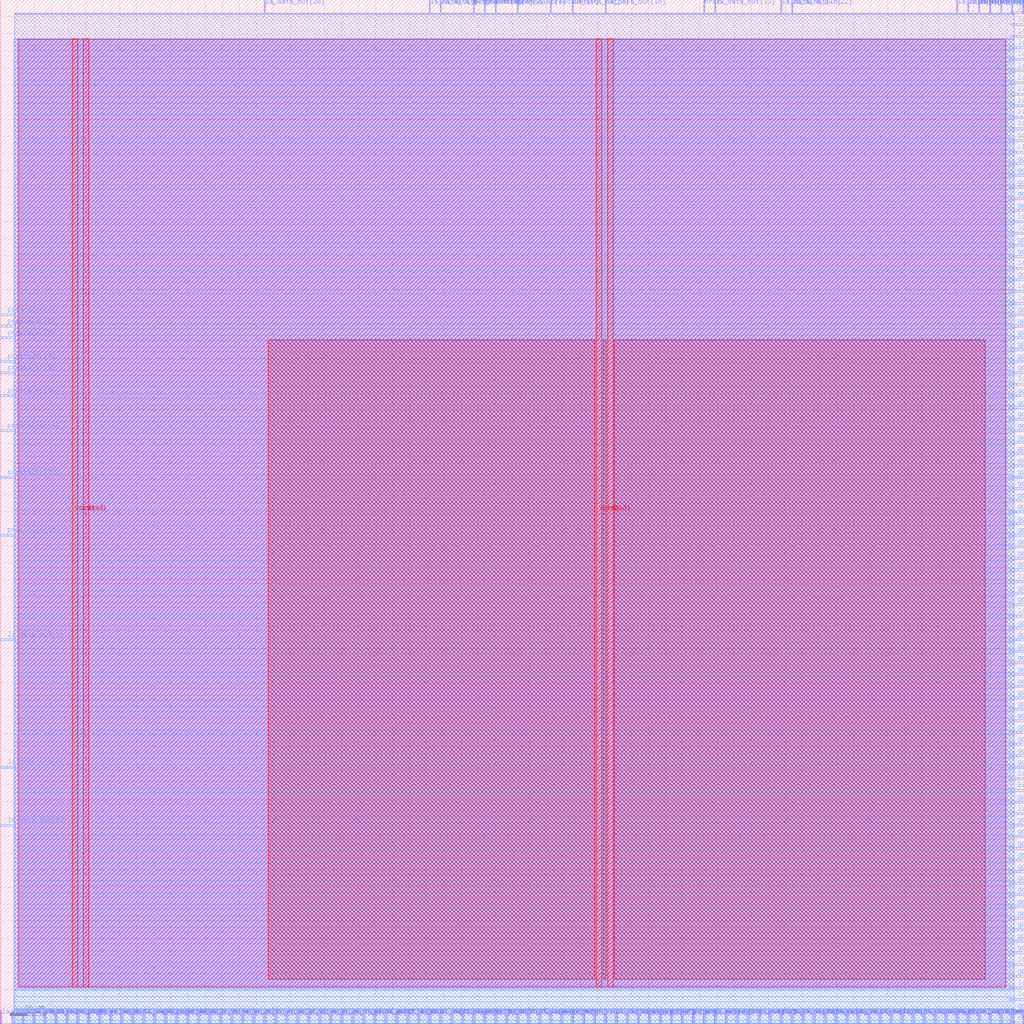
<source format=lef>
VERSION 5.7 ;
  NOWIREEXTENSIONATPIN ON ;
  DIVIDERCHAR "/" ;
  BUSBITCHARS "[]" ;
MACRO team_00
  CLASS BLOCK ;
  FOREIGN team_00 ;
  ORIGIN 0.000 0.000 ;
  SIZE 300.000 BY 300.000 ;
  PIN clk
    DIRECTION INPUT ;
    USE SIGNAL ;
    ANTENNAGATEAREA 1.286700 ;
    ANTENNADIFFAREA 0.434700 ;
    PORT
      LAYER met3 ;
        RECT 296.000 255.040 300.000 255.640 ;
    END
  END clk
  PIN done
    DIRECTION OUTPUT ;
    USE SIGNAL ;
    ANTENNADIFFAREA 0.445500 ;
    PORT
      LAYER met2 ;
        RECT 170.750 0.000 171.030 4.000 ;
    END
  END done
  PIN en
    DIRECTION INPUT ;
    USE SIGNAL ;
    ANTENNAGATEAREA 0.593700 ;
    ANTENNADIFFAREA 0.434700 ;
    PORT
      LAYER met3 ;
        RECT 296.000 0.040 300.000 0.640 ;
    END
  END en
  PIN gpio_in[0]
    DIRECTION INPUT ;
    USE SIGNAL ;
    PORT
      LAYER met2 ;
        RECT 19.410 0.000 19.690 4.000 ;
    END
  END gpio_in[0]
  PIN gpio_in[10]
    DIRECTION INPUT ;
    USE SIGNAL ;
    PORT
      LAYER met2 ;
        RECT 299.550 0.000 299.830 4.000 ;
    END
  END gpio_in[10]
  PIN gpio_in[11]
    DIRECTION INPUT ;
    USE SIGNAL ;
    PORT
      LAYER met2 ;
        RECT 144.990 0.000 145.270 4.000 ;
    END
  END gpio_in[11]
  PIN gpio_in[12]
    DIRECTION INPUT ;
    USE SIGNAL ;
    PORT
      LAYER met2 ;
        RECT 70.930 0.000 71.210 4.000 ;
    END
  END gpio_in[12]
  PIN gpio_in[13]
    DIRECTION INPUT ;
    USE SIGNAL ;
    PORT
      LAYER met2 ;
        RECT 141.770 0.000 142.050 4.000 ;
    END
  END gpio_in[13]
  PIN gpio_in[14]
    DIRECTION INPUT ;
    USE SIGNAL ;
    PORT
      LAYER met2 ;
        RECT 32.290 0.000 32.570 4.000 ;
    END
  END gpio_in[14]
  PIN gpio_in[15]
    DIRECTION INPUT ;
    USE SIGNAL ;
    PORT
      LAYER met2 ;
        RECT 29.070 0.000 29.350 4.000 ;
    END
  END gpio_in[15]
  PIN gpio_in[16]
    DIRECTION INPUT ;
    USE SIGNAL ;
    PORT
      LAYER met2 ;
        RECT 61.270 0.000 61.550 4.000 ;
    END
  END gpio_in[16]
  PIN gpio_in[17]
    DIRECTION INPUT ;
    USE SIGNAL ;
    PORT
      LAYER met2 ;
        RECT 296.330 0.000 296.610 4.000 ;
    END
  END gpio_in[17]
  PIN gpio_in[18]
    DIRECTION INPUT ;
    USE SIGNAL ;
    PORT
      LAYER met2 ;
        RECT 51.610 0.000 51.890 4.000 ;
    END
  END gpio_in[18]
  PIN gpio_in[19]
    DIRECTION INPUT ;
    USE SIGNAL ;
    PORT
      LAYER met2 ;
        RECT 283.450 0.000 283.730 4.000 ;
    END
  END gpio_in[19]
  PIN gpio_in[1]
    DIRECTION INPUT ;
    USE SIGNAL ;
    PORT
      LAYER met2 ;
        RECT 38.730 0.000 39.010 4.000 ;
    END
  END gpio_in[1]
  PIN gpio_in[20]
    DIRECTION INPUT ;
    USE SIGNAL ;
    PORT
      LAYER met2 ;
        RECT 58.050 0.000 58.330 4.000 ;
    END
  END gpio_in[20]
  PIN gpio_in[21]
    DIRECTION INPUT ;
    USE SIGNAL ;
    PORT
      LAYER met2 ;
        RECT 109.570 0.000 109.850 4.000 ;
    END
  END gpio_in[21]
  PIN gpio_in[22]
    DIRECTION INPUT ;
    USE SIGNAL ;
    PORT
      LAYER met2 ;
        RECT 54.830 0.000 55.110 4.000 ;
    END
  END gpio_in[22]
  PIN gpio_in[23]
    DIRECTION INPUT ;
    USE SIGNAL ;
    PORT
      LAYER met2 ;
        RECT 116.010 0.000 116.290 4.000 ;
    END
  END gpio_in[23]
  PIN gpio_in[24]
    DIRECTION INPUT ;
    USE SIGNAL ;
    PORT
      LAYER met2 ;
        RECT 248.030 0.000 248.310 4.000 ;
    END
  END gpio_in[24]
  PIN gpio_in[25]
    DIRECTION INPUT ;
    USE SIGNAL ;
    PORT
      LAYER met2 ;
        RECT 67.710 0.000 67.990 4.000 ;
    END
  END gpio_in[25]
  PIN gpio_in[26]
    DIRECTION INPUT ;
    USE SIGNAL ;
    PORT
      LAYER met2 ;
        RECT 93.470 0.000 93.750 4.000 ;
    END
  END gpio_in[26]
  PIN gpio_in[27]
    DIRECTION INPUT ;
    USE SIGNAL ;
    PORT
      LAYER met2 ;
        RECT 64.490 0.000 64.770 4.000 ;
    END
  END gpio_in[27]
  PIN gpio_in[28]
    DIRECTION INPUT ;
    USE SIGNAL ;
    PORT
      LAYER met2 ;
        RECT 6.530 0.000 6.810 4.000 ;
    END
  END gpio_in[28]
  PIN gpio_in[29]
    DIRECTION INPUT ;
    USE SIGNAL ;
    PORT
      LAYER met2 ;
        RECT 87.030 0.000 87.310 4.000 ;
    END
  END gpio_in[29]
  PIN gpio_in[2]
    DIRECTION INPUT ;
    USE SIGNAL ;
    PORT
      LAYER met2 ;
        RECT 74.150 0.000 74.430 4.000 ;
    END
  END gpio_in[2]
  PIN gpio_in[30]
    DIRECTION INPUT ;
    USE SIGNAL ;
    PORT
      LAYER met2 ;
        RECT 77.370 0.000 77.650 4.000 ;
    END
  END gpio_in[30]
  PIN gpio_in[31]
    DIRECTION INPUT ;
    USE SIGNAL ;
    PORT
      LAYER met2 ;
        RECT 80.590 0.000 80.870 4.000 ;
    END
  END gpio_in[31]
  PIN gpio_in[32]
    DIRECTION INPUT ;
    USE SIGNAL ;
    PORT
      LAYER met2 ;
        RECT 83.810 0.000 84.090 4.000 ;
    END
  END gpio_in[32]
  PIN gpio_in[33]
    DIRECTION INPUT ;
    USE SIGNAL ;
    PORT
      LAYER met2 ;
        RECT 103.130 0.000 103.410 4.000 ;
    END
  END gpio_in[33]
  PIN gpio_in[3]
    DIRECTION INPUT ;
    USE SIGNAL ;
    PORT
      LAYER met2 ;
        RECT 90.250 0.000 90.530 4.000 ;
    END
  END gpio_in[3]
  PIN gpio_in[4]
    DIRECTION INPUT ;
    USE SIGNAL ;
    PORT
      LAYER met2 ;
        RECT 125.670 0.000 125.950 4.000 ;
    END
  END gpio_in[4]
  PIN gpio_in[5]
    DIRECTION INPUT ;
    USE SIGNAL ;
    PORT
      LAYER met2 ;
        RECT 96.690 0.000 96.970 4.000 ;
    END
  END gpio_in[5]
  PIN gpio_in[6]
    DIRECTION INPUT ;
    USE SIGNAL ;
    PORT
      LAYER met2 ;
        RECT 99.910 0.000 100.190 4.000 ;
    END
  END gpio_in[6]
  PIN gpio_in[7]
    DIRECTION INPUT ;
    USE SIGNAL ;
    PORT
      LAYER met2 ;
        RECT 119.230 0.000 119.510 4.000 ;
    END
  END gpio_in[7]
  PIN gpio_in[8]
    DIRECTION INPUT ;
    USE SIGNAL ;
    PORT
      LAYER met2 ;
        RECT 164.310 0.000 164.590 4.000 ;
    END
  END gpio_in[8]
  PIN gpio_in[9]
    DIRECTION INPUT ;
    USE SIGNAL ;
    PORT
      LAYER met2 ;
        RECT 167.530 0.000 167.810 4.000 ;
    END
  END gpio_in[9]
  PIN gpio_oeb[0]
    DIRECTION OUTPUT ;
    USE SIGNAL ;
    ANTENNADIFFAREA 0.445500 ;
    PORT
      LAYER met3 ;
        RECT 296.000 251.640 300.000 252.240 ;
    END
  END gpio_oeb[0]
  PIN gpio_oeb[10]
    DIRECTION OUTPUT ;
    USE SIGNAL ;
    ANTENNADIFFAREA 0.445500 ;
    PORT
      LAYER met3 ;
        RECT 296.000 176.840 300.000 177.440 ;
    END
  END gpio_oeb[10]
  PIN gpio_oeb[11]
    DIRECTION OUTPUT ;
    USE SIGNAL ;
    ANTENNADIFFAREA 0.445500 ;
    PORT
      LAYER met3 ;
        RECT 296.000 224.440 300.000 225.040 ;
    END
  END gpio_oeb[11]
  PIN gpio_oeb[12]
    DIRECTION OUTPUT ;
    USE SIGNAL ;
    ANTENNADIFFAREA 0.445500 ;
    PORT
      LAYER met3 ;
        RECT 296.000 156.440 300.000 157.040 ;
    END
  END gpio_oeb[12]
  PIN gpio_oeb[13]
    DIRECTION OUTPUT ;
    USE SIGNAL ;
    ANTENNADIFFAREA 0.445500 ;
    PORT
      LAYER met3 ;
        RECT 296.000 153.040 300.000 153.640 ;
    END
  END gpio_oeb[13]
  PIN gpio_oeb[14]
    DIRECTION OUTPUT ;
    USE SIGNAL ;
    ANTENNADIFFAREA 0.445500 ;
    PORT
      LAYER met3 ;
        RECT 296.000 200.640 300.000 201.240 ;
    END
  END gpio_oeb[14]
  PIN gpio_oeb[15]
    DIRECTION OUTPUT ;
    USE SIGNAL ;
    ANTENNADIFFAREA 0.445500 ;
    PORT
      LAYER met3 ;
        RECT 296.000 146.240 300.000 146.840 ;
    END
  END gpio_oeb[15]
  PIN gpio_oeb[16]
    DIRECTION OUTPUT ;
    USE SIGNAL ;
    ANTENNADIFFAREA 0.445500 ;
    PORT
      LAYER met3 ;
        RECT 296.000 170.040 300.000 170.640 ;
    END
  END gpio_oeb[16]
  PIN gpio_oeb[17]
    DIRECTION OUTPUT ;
    USE SIGNAL ;
    ANTENNADIFFAREA 0.445500 ;
    PORT
      LAYER met3 ;
        RECT 296.000 115.640 300.000 116.240 ;
    END
  END gpio_oeb[17]
  PIN gpio_oeb[18]
    DIRECTION OUTPUT ;
    USE SIGNAL ;
    ANTENNADIFFAREA 0.445500 ;
    PORT
      LAYER met3 ;
        RECT 296.000 193.840 300.000 194.440 ;
    END
  END gpio_oeb[18]
  PIN gpio_oeb[19]
    DIRECTION OUTPUT ;
    USE SIGNAL ;
    ANTENNADIFFAREA 0.445500 ;
    PORT
      LAYER met3 ;
        RECT 296.000 163.240 300.000 163.840 ;
    END
  END gpio_oeb[19]
  PIN gpio_oeb[1]
    DIRECTION OUTPUT ;
    USE SIGNAL ;
    ANTENNADIFFAREA 0.445500 ;
    PORT
      LAYER met3 ;
        RECT 296.000 238.040 300.000 238.640 ;
    END
  END gpio_oeb[1]
  PIN gpio_oeb[20]
    DIRECTION OUTPUT ;
    USE SIGNAL ;
    ANTENNADIFFAREA 0.445500 ;
    PORT
      LAYER met3 ;
        RECT 296.000 3.440 300.000 4.040 ;
    END
  END gpio_oeb[20]
  PIN gpio_oeb[21]
    DIRECTION OUTPUT ;
    USE SIGNAL ;
    ANTENNADIFFAREA 0.445500 ;
    PORT
      LAYER met3 ;
        RECT 296.000 159.840 300.000 160.440 ;
    END
  END gpio_oeb[21]
  PIN gpio_oeb[22]
    DIRECTION OUTPUT ;
    USE SIGNAL ;
    ANTENNADIFFAREA 0.445500 ;
    PORT
      LAYER met3 ;
        RECT 296.000 183.640 300.000 184.240 ;
    END
  END gpio_oeb[22]
  PIN gpio_oeb[23]
    DIRECTION OUTPUT ;
    USE SIGNAL ;
    ANTENNADIFFAREA 0.445500 ;
    PORT
      LAYER met3 ;
        RECT 296.000 227.840 300.000 228.440 ;
    END
  END gpio_oeb[23]
  PIN gpio_oeb[24]
    DIRECTION OUTPUT ;
    USE SIGNAL ;
    ANTENNADIFFAREA 0.445500 ;
    PORT
      LAYER met3 ;
        RECT 296.000 190.440 300.000 191.040 ;
    END
  END gpio_oeb[24]
  PIN gpio_oeb[25]
    DIRECTION OUTPUT ;
    USE SIGNAL ;
    ANTENNADIFFAREA 0.445500 ;
    PORT
      LAYER met3 ;
        RECT 296.000 248.240 300.000 248.840 ;
    END
  END gpio_oeb[25]
  PIN gpio_oeb[26]
    DIRECTION OUTPUT ;
    USE SIGNAL ;
    ANTENNADIFFAREA 0.445500 ;
    PORT
      LAYER met3 ;
        RECT 296.000 180.240 300.000 180.840 ;
    END
  END gpio_oeb[26]
  PIN gpio_oeb[27]
    DIRECTION OUTPUT ;
    USE SIGNAL ;
    ANTENNADIFFAREA 0.445500 ;
    PORT
      LAYER met3 ;
        RECT 296.000 204.040 300.000 204.640 ;
    END
  END gpio_oeb[27]
  PIN gpio_oeb[28]
    DIRECTION OUTPUT ;
    USE SIGNAL ;
    ANTENNADIFFAREA 0.445500 ;
    PORT
      LAYER met3 ;
        RECT 296.000 173.440 300.000 174.040 ;
    END
  END gpio_oeb[28]
  PIN gpio_oeb[29]
    DIRECTION OUTPUT ;
    USE SIGNAL ;
    ANTENNADIFFAREA 0.445500 ;
    PORT
      LAYER met3 ;
        RECT 296.000 125.840 300.000 126.440 ;
    END
  END gpio_oeb[29]
  PIN gpio_oeb[2]
    DIRECTION OUTPUT ;
    USE SIGNAL ;
    ANTENNADIFFAREA 0.445500 ;
    PORT
      LAYER met3 ;
        RECT 296.000 136.040 300.000 136.640 ;
    END
  END gpio_oeb[2]
  PIN gpio_oeb[30]
    DIRECTION OUTPUT ;
    USE SIGNAL ;
    ANTENNADIFFAREA 0.445500 ;
    PORT
      LAYER met3 ;
        RECT 296.000 207.440 300.000 208.040 ;
    END
  END gpio_oeb[30]
  PIN gpio_oeb[31]
    DIRECTION OUTPUT ;
    USE SIGNAL ;
    ANTENNADIFFAREA 0.445500 ;
    PORT
      LAYER met3 ;
        RECT 296.000 244.840 300.000 245.440 ;
    END
  END gpio_oeb[31]
  PIN gpio_oeb[32]
    DIRECTION OUTPUT ;
    USE SIGNAL ;
    ANTENNADIFFAREA 0.445500 ;
    PORT
      LAYER met3 ;
        RECT 296.000 241.440 300.000 242.040 ;
    END
  END gpio_oeb[32]
  PIN gpio_oeb[33]
    DIRECTION OUTPUT ;
    USE SIGNAL ;
    ANTENNADIFFAREA 0.445500 ;
    PORT
      LAYER met3 ;
        RECT 296.000 139.440 300.000 140.040 ;
    END
  END gpio_oeb[33]
  PIN gpio_oeb[3]
    DIRECTION OUTPUT ;
    USE SIGNAL ;
    ANTENNADIFFAREA 0.445500 ;
    PORT
      LAYER met3 ;
        RECT 296.000 142.840 300.000 143.440 ;
    END
  END gpio_oeb[3]
  PIN gpio_oeb[4]
    DIRECTION OUTPUT ;
    USE SIGNAL ;
    ANTENNADIFFAREA 0.445500 ;
    PORT
      LAYER met3 ;
        RECT 296.000 197.240 300.000 197.840 ;
    END
  END gpio_oeb[4]
  PIN gpio_oeb[5]
    DIRECTION OUTPUT ;
    USE SIGNAL ;
    ANTENNADIFFAREA 0.445500 ;
    PORT
      LAYER met3 ;
        RECT 296.000 149.640 300.000 150.240 ;
    END
  END gpio_oeb[5]
  PIN gpio_oeb[6]
    DIRECTION OUTPUT ;
    USE SIGNAL ;
    ANTENNADIFFAREA 0.445500 ;
    PORT
      LAYER met3 ;
        RECT 296.000 166.640 300.000 167.240 ;
    END
  END gpio_oeb[6]
  PIN gpio_oeb[7]
    DIRECTION OUTPUT ;
    USE SIGNAL ;
    ANTENNADIFFAREA 0.445500 ;
    PORT
      LAYER met3 ;
        RECT 296.000 122.440 300.000 123.040 ;
    END
  END gpio_oeb[7]
  PIN gpio_oeb[8]
    DIRECTION OUTPUT ;
    USE SIGNAL ;
    ANTENNADIFFAREA 0.445500 ;
    PORT
      LAYER met3 ;
        RECT 296.000 132.640 300.000 133.240 ;
    END
  END gpio_oeb[8]
  PIN gpio_oeb[9]
    DIRECTION OUTPUT ;
    USE SIGNAL ;
    ANTENNADIFFAREA 0.445500 ;
    PORT
      LAYER met3 ;
        RECT 296.000 217.640 300.000 218.240 ;
    END
  END gpio_oeb[9]
  PIN gpio_out[0]
    DIRECTION OUTPUT ;
    USE SIGNAL ;
    ANTENNADIFFAREA 0.445500 ;
    PORT
      LAYER met2 ;
        RECT 196.510 0.000 196.790 4.000 ;
    END
  END gpio_out[0]
  PIN gpio_out[10]
    DIRECTION OUTPUT ;
    USE SIGNAL ;
    ANTENNADIFFAREA 0.445500 ;
    PORT
      LAYER met3 ;
        RECT 296.000 13.640 300.000 14.240 ;
    END
  END gpio_out[10]
  PIN gpio_out[11]
    DIRECTION OUTPUT ;
    USE SIGNAL ;
    ANTENNADIFFAREA 0.445500 ;
    PORT
      LAYER met3 ;
        RECT 296.000 54.440 300.000 55.040 ;
    END
  END gpio_out[11]
  PIN gpio_out[12]
    DIRECTION OUTPUT ;
    USE SIGNAL ;
    ANTENNADIFFAREA 0.445500 ;
    PORT
      LAYER met3 ;
        RECT 296.000 20.440 300.000 21.040 ;
    END
  END gpio_out[12]
  PIN gpio_out[13]
    DIRECTION OUTPUT ;
    USE SIGNAL ;
    ANTENNADIFFAREA 0.445500 ;
    PORT
      LAYER met3 ;
        RECT 296.000 30.640 300.000 31.240 ;
    END
  END gpio_out[13]
  PIN gpio_out[14]
    DIRECTION OUTPUT ;
    USE SIGNAL ;
    ANTENNADIFFAREA 0.445500 ;
    PORT
      LAYER met3 ;
        RECT 296.000 40.840 300.000 41.440 ;
    END
  END gpio_out[14]
  PIN gpio_out[15]
    DIRECTION OUTPUT ;
    USE SIGNAL ;
    ANTENNADIFFAREA 0.445500 ;
    PORT
      LAYER met3 ;
        RECT 296.000 88.440 300.000 89.040 ;
    END
  END gpio_out[15]
  PIN gpio_out[16]
    DIRECTION OUTPUT ;
    USE SIGNAL ;
    ANTENNADIFFAREA 0.445500 ;
    PORT
      LAYER met3 ;
        RECT 296.000 91.840 300.000 92.440 ;
    END
  END gpio_out[16]
  PIN gpio_out[17]
    DIRECTION OUTPUT ;
    USE SIGNAL ;
    ANTENNADIFFAREA 0.445500 ;
    PORT
      LAYER met3 ;
        RECT 296.000 51.040 300.000 51.640 ;
    END
  END gpio_out[17]
  PIN gpio_out[18]
    DIRECTION OUTPUT ;
    USE SIGNAL ;
    ANTENNADIFFAREA 0.445500 ;
    PORT
      LAYER met3 ;
        RECT 296.000 44.240 300.000 44.840 ;
    END
  END gpio_out[18]
  PIN gpio_out[19]
    DIRECTION OUTPUT ;
    USE SIGNAL ;
    ANTENNADIFFAREA 0.445500 ;
    PORT
      LAYER met2 ;
        RECT 219.050 0.000 219.330 4.000 ;
    END
  END gpio_out[19]
  PIN gpio_out[1]
    DIRECTION OUTPUT ;
    USE SIGNAL ;
    ANTENNADIFFAREA 0.445500 ;
    PORT
      LAYER met3 ;
        RECT 296.000 27.240 300.000 27.840 ;
    END
  END gpio_out[1]
  PIN gpio_out[20]
    DIRECTION OUTPUT ;
    USE SIGNAL ;
    ANTENNADIFFAREA 0.445500 ;
    PORT
      LAYER met2 ;
        RECT 209.390 0.000 209.670 4.000 ;
    END
  END gpio_out[20]
  PIN gpio_out[21]
    DIRECTION OUTPUT ;
    USE SIGNAL ;
    ANTENNADIFFAREA 0.445500 ;
    PORT
      LAYER met3 ;
        RECT 296.000 108.840 300.000 109.440 ;
    END
  END gpio_out[21]
  PIN gpio_out[22]
    DIRECTION OUTPUT ;
    USE SIGNAL ;
    ANTENNADIFFAREA 0.445500 ;
    PORT
      LAYER met3 ;
        RECT 296.000 105.440 300.000 106.040 ;
    END
  END gpio_out[22]
  PIN gpio_out[23]
    DIRECTION OUTPUT ;
    USE SIGNAL ;
    ANTENNADIFFAREA 0.445500 ;
    PORT
      LAYER met3 ;
        RECT 296.000 57.840 300.000 58.440 ;
    END
  END gpio_out[23]
  PIN gpio_out[24]
    DIRECTION OUTPUT ;
    USE SIGNAL ;
    ANTENNADIFFAREA 0.445500 ;
    PORT
      LAYER met3 ;
        RECT 296.000 64.640 300.000 65.240 ;
    END
  END gpio_out[24]
  PIN gpio_out[25]
    DIRECTION OUTPUT ;
    USE SIGNAL ;
    ANTENNADIFFAREA 0.445500 ;
    PORT
      LAYER met3 ;
        RECT 296.000 74.840 300.000 75.440 ;
    END
  END gpio_out[25]
  PIN gpio_out[26]
    DIRECTION OUTPUT ;
    USE SIGNAL ;
    ANTENNADIFFAREA 0.445500 ;
    PORT
      LAYER met3 ;
        RECT 296.000 98.640 300.000 99.240 ;
    END
  END gpio_out[26]
  PIN gpio_out[27]
    DIRECTION OUTPUT ;
    USE SIGNAL ;
    ANTENNADIFFAREA 0.445500 ;
    PORT
      LAYER met3 ;
        RECT 296.000 78.240 300.000 78.840 ;
    END
  END gpio_out[27]
  PIN gpio_out[28]
    DIRECTION OUTPUT ;
    USE SIGNAL ;
    ANTENNADIFFAREA 0.445500 ;
    PORT
      LAYER met3 ;
        RECT 296.000 112.240 300.000 112.840 ;
    END
  END gpio_out[28]
  PIN gpio_out[29]
    DIRECTION OUTPUT ;
    USE SIGNAL ;
    ANTENNADIFFAREA 0.445500 ;
    PORT
      LAYER met3 ;
        RECT 296.000 34.040 300.000 34.640 ;
    END
  END gpio_out[29]
  PIN gpio_out[2]
    DIRECTION OUTPUT ;
    USE SIGNAL ;
    ANTENNADIFFAREA 0.445500 ;
    PORT
      LAYER met3 ;
        RECT 296.000 102.040 300.000 102.640 ;
    END
  END gpio_out[2]
  PIN gpio_out[30]
    DIRECTION OUTPUT ;
    USE SIGNAL ;
    ANTENNADIFFAREA 0.445500 ;
    PORT
      LAYER met3 ;
        RECT 296.000 23.840 300.000 24.440 ;
    END
  END gpio_out[30]
  PIN gpio_out[31]
    DIRECTION OUTPUT ;
    USE SIGNAL ;
    ANTENNADIFFAREA 0.445500 ;
    PORT
      LAYER met2 ;
        RECT 190.070 0.000 190.350 4.000 ;
    END
  END gpio_out[31]
  PIN gpio_out[32]
    DIRECTION OUTPUT ;
    USE SIGNAL ;
    ANTENNADIFFAREA 0.445500 ;
    PORT
      LAYER met2 ;
        RECT 199.730 0.000 200.010 4.000 ;
    END
  END gpio_out[32]
  PIN gpio_out[33]
    DIRECTION OUTPUT ;
    USE SIGNAL ;
    ANTENNADIFFAREA 0.445500 ;
    PORT
      LAYER met2 ;
        RECT 193.290 0.000 193.570 4.000 ;
    END
  END gpio_out[33]
  PIN gpio_out[3]
    DIRECTION OUTPUT ;
    USE SIGNAL ;
    ANTENNADIFFAREA 0.445500 ;
    PORT
      LAYER met2 ;
        RECT 212.610 0.000 212.890 4.000 ;
    END
  END gpio_out[3]
  PIN gpio_out[4]
    DIRECTION OUTPUT ;
    USE SIGNAL ;
    ANTENNADIFFAREA 0.445500 ;
    PORT
      LAYER met2 ;
        RECT 206.170 0.000 206.450 4.000 ;
    END
  END gpio_out[4]
  PIN gpio_out[5]
    DIRECTION OUTPUT ;
    USE SIGNAL ;
    ANTENNADIFFAREA 0.445500 ;
    PORT
      LAYER met3 ;
        RECT 296.000 37.440 300.000 38.040 ;
    END
  END gpio_out[5]
  PIN gpio_out[6]
    DIRECTION OUTPUT ;
    USE SIGNAL ;
    ANTENNADIFFAREA 0.445500 ;
    PORT
      LAYER met3 ;
        RECT 296.000 47.640 300.000 48.240 ;
    END
  END gpio_out[6]
  PIN gpio_out[7]
    DIRECTION OUTPUT ;
    USE SIGNAL ;
    ANTENNADIFFAREA 0.445500 ;
    PORT
      LAYER met3 ;
        RECT 296.000 95.240 300.000 95.840 ;
    END
  END gpio_out[7]
  PIN gpio_out[8]
    DIRECTION OUTPUT ;
    USE SIGNAL ;
    ANTENNADIFFAREA 0.445500 ;
    PORT
      LAYER met3 ;
        RECT 296.000 81.640 300.000 82.240 ;
    END
  END gpio_out[8]
  PIN gpio_out[9]
    DIRECTION OUTPUT ;
    USE SIGNAL ;
    ANTENNADIFFAREA 0.445500 ;
    PORT
      LAYER met3 ;
        RECT 296.000 85.040 300.000 85.640 ;
    END
  END gpio_out[9]
  PIN la_data_in[0]
    DIRECTION INPUT ;
    USE SIGNAL ;
    ANTENNAGATEAREA 0.631200 ;
    ANTENNADIFFAREA 0.434700 ;
    PORT
      LAYER met3 ;
        RECT 296.000 129.240 300.000 129.840 ;
    END
  END la_data_in[0]
  PIN la_data_in[10]
    DIRECTION INPUT ;
    USE SIGNAL ;
    PORT
      LAYER met2 ;
        RECT 112.790 0.000 113.070 4.000 ;
    END
  END la_data_in[10]
  PIN la_data_in[11]
    DIRECTION INPUT ;
    USE SIGNAL ;
    PORT
      LAYER met2 ;
        RECT 270.570 0.000 270.850 4.000 ;
    END
  END la_data_in[11]
  PIN la_data_in[12]
    DIRECTION INPUT ;
    USE SIGNAL ;
    PORT
      LAYER met2 ;
        RECT 138.550 0.000 138.830 4.000 ;
    END
  END la_data_in[12]
  PIN la_data_in[13]
    DIRECTION INPUT ;
    USE SIGNAL ;
    PORT
      LAYER met2 ;
        RECT 122.450 0.000 122.730 4.000 ;
    END
  END la_data_in[13]
  PIN la_data_in[14]
    DIRECTION INPUT ;
    USE SIGNAL ;
    PORT
      LAYER met2 ;
        RECT 45.170 0.000 45.450 4.000 ;
    END
  END la_data_in[14]
  PIN la_data_in[15]
    DIRECTION INPUT ;
    USE SIGNAL ;
    PORT
      LAYER met2 ;
        RECT 128.890 0.000 129.170 4.000 ;
    END
  END la_data_in[15]
  PIN la_data_in[16]
    DIRECTION INPUT ;
    USE SIGNAL ;
    PORT
      LAYER met2 ;
        RECT 3.310 0.000 3.590 4.000 ;
    END
  END la_data_in[16]
  PIN la_data_in[17]
    DIRECTION INPUT ;
    USE SIGNAL ;
    PORT
      LAYER met2 ;
        RECT 286.670 0.000 286.950 4.000 ;
    END
  END la_data_in[17]
  PIN la_data_in[18]
    DIRECTION INPUT ;
    USE SIGNAL ;
    PORT
      LAYER met2 ;
        RECT 157.870 0.000 158.150 4.000 ;
    END
  END la_data_in[18]
  PIN la_data_in[19]
    DIRECTION INPUT ;
    USE SIGNAL ;
    PORT
      LAYER met2 ;
        RECT 280.230 0.000 280.510 4.000 ;
    END
  END la_data_in[19]
  PIN la_data_in[1]
    DIRECTION INPUT ;
    USE SIGNAL ;
    ANTENNAGATEAREA 0.631200 ;
    ANTENNADIFFAREA 0.434700 ;
    PORT
      LAYER met3 ;
        RECT 296.000 10.240 300.000 10.840 ;
    END
  END la_data_in[1]
  PIN la_data_in[20]
    DIRECTION INPUT ;
    USE SIGNAL ;
    PORT
      LAYER met2 ;
        RECT 9.750 0.000 10.030 4.000 ;
    END
  END la_data_in[20]
  PIN la_data_in[21]
    DIRECTION INPUT ;
    USE SIGNAL ;
    PORT
      LAYER met2 ;
        RECT 41.950 0.000 42.230 4.000 ;
    END
  END la_data_in[21]
  PIN la_data_in[22]
    DIRECTION INPUT ;
    USE SIGNAL ;
    PORT
      LAYER met2 ;
        RECT 151.430 0.000 151.710 4.000 ;
    END
  END la_data_in[22]
  PIN la_data_in[23]
    DIRECTION INPUT ;
    USE SIGNAL ;
    PORT
      LAYER met2 ;
        RECT 264.130 0.000 264.410 4.000 ;
    END
  END la_data_in[23]
  PIN la_data_in[24]
    DIRECTION INPUT ;
    USE SIGNAL ;
    PORT
      LAYER met2 ;
        RECT 277.010 0.000 277.290 4.000 ;
    END
  END la_data_in[24]
  PIN la_data_in[25]
    DIRECTION INPUT ;
    USE SIGNAL ;
    PORT
      LAYER met2 ;
        RECT 273.790 0.000 274.070 4.000 ;
    END
  END la_data_in[25]
  PIN la_data_in[26]
    DIRECTION INPUT ;
    USE SIGNAL ;
    PORT
      LAYER met2 ;
        RECT 186.850 0.000 187.130 4.000 ;
    END
  END la_data_in[26]
  PIN la_data_in[27]
    DIRECTION INPUT ;
    USE SIGNAL ;
    PORT
      LAYER met2 ;
        RECT 228.710 0.000 228.990 4.000 ;
    END
  END la_data_in[27]
  PIN la_data_in[28]
    DIRECTION INPUT ;
    USE SIGNAL ;
    PORT
      LAYER met2 ;
        RECT 0.090 0.000 0.370 4.000 ;
    END
  END la_data_in[28]
  PIN la_data_in[29]
    DIRECTION INPUT ;
    USE SIGNAL ;
    PORT
      LAYER met2 ;
        RECT 48.390 0.000 48.670 4.000 ;
    END
  END la_data_in[29]
  PIN la_data_in[2]
    DIRECTION INPUT ;
    USE SIGNAL ;
    PORT
      LAYER met2 ;
        RECT 241.590 0.000 241.870 4.000 ;
    END
  END la_data_in[2]
  PIN la_data_in[30]
    DIRECTION INPUT ;
    USE SIGNAL ;
    PORT
      LAYER met2 ;
        RECT 22.630 0.000 22.910 4.000 ;
    END
  END la_data_in[30]
  PIN la_data_in[31]
    DIRECTION INPUT ;
    USE SIGNAL ;
    PORT
      LAYER met2 ;
        RECT 12.970 0.000 13.250 4.000 ;
    END
  END la_data_in[31]
  PIN la_data_in[3]
    DIRECTION INPUT ;
    USE SIGNAL ;
    PORT
      LAYER met2 ;
        RECT 35.510 0.000 35.790 4.000 ;
    END
  END la_data_in[3]
  PIN la_data_in[4]
    DIRECTION INPUT ;
    USE SIGNAL ;
    PORT
      LAYER met2 ;
        RECT 251.250 0.000 251.530 4.000 ;
    END
  END la_data_in[4]
  PIN la_data_in[5]
    DIRECTION INPUT ;
    USE SIGNAL ;
    PORT
      LAYER met2 ;
        RECT 231.930 0.000 232.210 4.000 ;
    END
  END la_data_in[5]
  PIN la_data_in[6]
    DIRECTION INPUT ;
    USE SIGNAL ;
    PORT
      LAYER met2 ;
        RECT 238.370 0.000 238.650 4.000 ;
    END
  END la_data_in[6]
  PIN la_data_in[7]
    DIRECTION INPUT ;
    USE SIGNAL ;
    PORT
      LAYER met2 ;
        RECT 25.850 0.000 26.130 4.000 ;
    END
  END la_data_in[7]
  PIN la_data_in[8]
    DIRECTION INPUT ;
    USE SIGNAL ;
    PORT
      LAYER met2 ;
        RECT 16.190 0.000 16.470 4.000 ;
    END
  END la_data_in[8]
  PIN la_data_in[9]
    DIRECTION INPUT ;
    USE SIGNAL ;
    PORT
      LAYER met2 ;
        RECT 267.350 0.000 267.630 4.000 ;
    END
  END la_data_in[9]
  PIN la_data_out[0]
    DIRECTION OUTPUT ;
    USE SIGNAL ;
    PORT
      LAYER met2 ;
        RECT 161.090 0.000 161.370 4.000 ;
    END
  END la_data_out[0]
  PIN la_data_out[10]
    DIRECTION OUTPUT ;
    USE SIGNAL ;
    PORT
      LAYER met2 ;
        RECT 228.710 296.000 228.990 300.000 ;
    END
  END la_data_out[10]
  PIN la_data_out[11]
    DIRECTION OUTPUT ;
    USE SIGNAL ;
    PORT
      LAYER met2 ;
        RECT 106.350 0.000 106.630 4.000 ;
    END
  END la_data_out[11]
  PIN la_data_out[12]
    DIRECTION OUTPUT ;
    USE SIGNAL ;
    PORT
      LAYER met2 ;
        RECT 183.630 0.000 183.910 4.000 ;
    END
  END la_data_out[12]
  PIN la_data_out[13]
    DIRECTION OUTPUT ;
    USE SIGNAL ;
    PORT
      LAYER met2 ;
        RECT 209.390 296.000 209.670 300.000 ;
    END
  END la_data_out[13]
  PIN la_data_out[14]
    DIRECTION OUTPUT ;
    USE SIGNAL ;
    PORT
      LAYER met3 ;
        RECT 296.000 210.840 300.000 211.440 ;
    END
  END la_data_out[14]
  PIN la_data_out[15]
    DIRECTION OUTPUT ;
    USE SIGNAL ;
    PORT
      LAYER met2 ;
        RECT 125.670 296.000 125.950 300.000 ;
    END
  END la_data_out[15]
  PIN la_data_out[16]
    DIRECTION OUTPUT ;
    USE SIGNAL ;
    PORT
      LAYER met3 ;
        RECT 296.000 17.040 300.000 17.640 ;
    END
  END la_data_out[16]
  PIN la_data_out[17]
    DIRECTION OUTPUT ;
    USE SIGNAL ;
    PORT
      LAYER met3 ;
        RECT 296.000 187.040 300.000 187.640 ;
    END
  END la_data_out[17]
  PIN la_data_out[18]
    DIRECTION OUTPUT ;
    USE SIGNAL ;
    PORT
      LAYER met2 ;
        RECT 177.190 296.000 177.470 300.000 ;
    END
  END la_data_out[18]
  PIN la_data_out[19]
    DIRECTION OUTPUT ;
    USE SIGNAL ;
    PORT
      LAYER met3 ;
        RECT 296.000 234.640 300.000 235.240 ;
    END
  END la_data_out[19]
  PIN la_data_out[1]
    DIRECTION OUTPUT ;
    USE SIGNAL ;
    PORT
      LAYER met3 ;
        RECT 0.000 112.240 4.000 112.840 ;
    END
  END la_data_out[1]
  PIN la_data_out[20]
    DIRECTION OUTPUT ;
    USE SIGNAL ;
    PORT
      LAYER met3 ;
        RECT 296.000 68.040 300.000 68.640 ;
    END
  END la_data_out[20]
  PIN la_data_out[21]
    DIRECTION OUTPUT ;
    USE SIGNAL ;
    PORT
      LAYER met2 ;
        RECT 135.330 0.000 135.610 4.000 ;
    END
  END la_data_out[21]
  PIN la_data_out[22]
    DIRECTION OUTPUT ;
    USE SIGNAL ;
    PORT
      LAYER met2 ;
        RECT 231.930 296.000 232.210 300.000 ;
    END
  END la_data_out[22]
  PIN la_data_out[23]
    DIRECTION OUTPUT ;
    USE SIGNAL ;
    PORT
      LAYER met2 ;
        RECT 202.950 0.000 203.230 4.000 ;
    END
  END la_data_out[23]
  PIN la_data_out[24]
    DIRECTION OUTPUT ;
    USE SIGNAL ;
    PORT
      LAYER met3 ;
        RECT 296.000 231.240 300.000 231.840 ;
    END
  END la_data_out[24]
  PIN la_data_out[25]
    DIRECTION OUTPUT ;
    USE SIGNAL ;
    PORT
      LAYER met3 ;
        RECT 296.000 221.040 300.000 221.640 ;
    END
  END la_data_out[25]
  PIN la_data_out[26]
    DIRECTION OUTPUT ;
    USE SIGNAL ;
    PORT
      LAYER met2 ;
        RECT 132.110 0.000 132.390 4.000 ;
    END
  END la_data_out[26]
  PIN la_data_out[27]
    DIRECTION OUTPUT ;
    USE SIGNAL ;
    PORT
      LAYER met2 ;
        RECT 215.830 0.000 216.110 4.000 ;
    END
  END la_data_out[27]
  PIN la_data_out[28]
    DIRECTION OUTPUT ;
    USE SIGNAL ;
    PORT
      LAYER met2 ;
        RECT 77.370 296.000 77.650 300.000 ;
    END
  END la_data_out[28]
  PIN la_data_out[29]
    DIRECTION OUTPUT ;
    USE SIGNAL ;
    PORT
      LAYER met3 ;
        RECT 296.000 61.240 300.000 61.840 ;
    END
  END la_data_out[29]
  PIN la_data_out[2]
    DIRECTION OUTPUT ;
    USE SIGNAL ;
    PORT
      LAYER met2 ;
        RECT 167.530 296.000 167.810 300.000 ;
    END
  END la_data_out[2]
  PIN la_data_out[30]
    DIRECTION OUTPUT ;
    USE SIGNAL ;
    PORT
      LAYER met2 ;
        RECT 173.970 0.000 174.250 4.000 ;
    END
  END la_data_out[30]
  PIN la_data_out[31]
    DIRECTION OUTPUT ;
    USE SIGNAL ;
    PORT
      LAYER met3 ;
        RECT 296.000 214.240 300.000 214.840 ;
    END
  END la_data_out[31]
  PIN la_data_out[3]
    DIRECTION OUTPUT ;
    USE SIGNAL ;
    PORT
      LAYER met2 ;
        RECT 180.410 0.000 180.690 4.000 ;
    END
  END la_data_out[3]
  PIN la_data_out[4]
    DIRECTION OUTPUT ;
    USE SIGNAL ;
    PORT
      LAYER met3 ;
        RECT 296.000 71.440 300.000 72.040 ;
    END
  END la_data_out[4]
  PIN la_data_out[5]
    DIRECTION OUTPUT ;
    USE SIGNAL ;
    PORT
      LAYER met2 ;
        RECT 128.890 296.000 129.170 300.000 ;
    END
  END la_data_out[5]
  PIN la_data_out[6]
    DIRECTION OUTPUT ;
    USE SIGNAL ;
    PORT
      LAYER met3 ;
        RECT 0.000 57.840 4.000 58.440 ;
    END
  END la_data_out[6]
  PIN la_data_out[7]
    DIRECTION OUTPUT ;
    USE SIGNAL ;
    PORT
      LAYER met2 ;
        RECT 177.190 0.000 177.470 4.000 ;
    END
  END la_data_out[7]
  PIN la_data_out[8]
    DIRECTION OUTPUT ;
    USE SIGNAL ;
    PORT
      LAYER met2 ;
        RECT 154.650 0.000 154.930 4.000 ;
    END
  END la_data_out[8]
  PIN la_data_out[9]
    DIRECTION OUTPUT ;
    USE SIGNAL ;
    PORT
      LAYER met3 ;
        RECT 0.000 74.840 4.000 75.440 ;
    END
  END la_data_out[9]
  PIN la_oenb[0]
    DIRECTION INPUT ;
    USE SIGNAL ;
    ANTENNAGATEAREA 0.631200 ;
    ANTENNADIFFAREA 0.434700 ;
    PORT
      LAYER met3 ;
        RECT 296.000 6.840 300.000 7.440 ;
    END
  END la_oenb[0]
  PIN la_oenb[10]
    DIRECTION INPUT ;
    USE SIGNAL ;
    PORT
      LAYER met2 ;
        RECT 225.490 0.000 225.770 4.000 ;
    END
  END la_oenb[10]
  PIN la_oenb[11]
    DIRECTION INPUT ;
    USE SIGNAL ;
    PORT
      LAYER met2 ;
        RECT 148.210 0.000 148.490 4.000 ;
    END
  END la_oenb[11]
  PIN la_oenb[12]
    DIRECTION INPUT ;
    USE SIGNAL ;
    PORT
      LAYER met2 ;
        RECT 257.690 0.000 257.970 4.000 ;
    END
  END la_oenb[12]
  PIN la_oenb[13]
    DIRECTION INPUT ;
    USE SIGNAL ;
    PORT
      LAYER met2 ;
        RECT 260.910 0.000 261.190 4.000 ;
    END
  END la_oenb[13]
  PIN la_oenb[14]
    DIRECTION INPUT ;
    USE SIGNAL ;
    PORT
      LAYER met2 ;
        RECT 244.810 0.000 245.090 4.000 ;
    END
  END la_oenb[14]
  PIN la_oenb[15]
    DIRECTION INPUT ;
    USE SIGNAL ;
    PORT
      LAYER met2 ;
        RECT 222.270 0.000 222.550 4.000 ;
    END
  END la_oenb[15]
  PIN la_oenb[16]
    DIRECTION INPUT ;
    USE SIGNAL ;
    PORT
      LAYER met2 ;
        RECT 293.110 0.000 293.390 4.000 ;
    END
  END la_oenb[16]
  PIN la_oenb[17]
    DIRECTION INPUT ;
    USE SIGNAL ;
    PORT
      LAYER met2 ;
        RECT 254.470 0.000 254.750 4.000 ;
    END
  END la_oenb[17]
  PIN la_oenb[18]
    DIRECTION INPUT ;
    USE SIGNAL ;
    PORT
      LAYER met2 ;
        RECT 289.890 0.000 290.170 4.000 ;
    END
  END la_oenb[18]
  PIN la_oenb[19]
    DIRECTION INPUT ;
    USE SIGNAL ;
    PORT
      LAYER met2 ;
        RECT 235.150 0.000 235.430 4.000 ;
    END
  END la_oenb[19]
  PIN la_oenb[1]
    DIRECTION INPUT ;
    USE SIGNAL ;
    ANTENNAGATEAREA 0.631200 ;
    ANTENNADIFFAREA 0.434700 ;
    PORT
      LAYER met3 ;
        RECT 296.000 119.040 300.000 119.640 ;
    END
  END la_oenb[1]
  PIN la_oenb[20]
    DIRECTION INPUT ;
    USE SIGNAL ;
    PORT
      LAYER met3 ;
        RECT 296.000 275.440 300.000 276.040 ;
    END
  END la_oenb[20]
  PIN la_oenb[21]
    DIRECTION INPUT ;
    USE SIGNAL ;
    PORT
      LAYER met3 ;
        RECT 296.000 268.640 300.000 269.240 ;
    END
  END la_oenb[21]
  PIN la_oenb[22]
    DIRECTION INPUT ;
    USE SIGNAL ;
    PORT
      LAYER met3 ;
        RECT 296.000 278.840 300.000 279.440 ;
    END
  END la_oenb[22]
  PIN la_oenb[23]
    DIRECTION INPUT ;
    USE SIGNAL ;
    PORT
      LAYER met3 ;
        RECT 296.000 282.240 300.000 282.840 ;
    END
  END la_oenb[23]
  PIN la_oenb[24]
    DIRECTION INPUT ;
    USE SIGNAL ;
    PORT
      LAYER met3 ;
        RECT 296.000 258.440 300.000 259.040 ;
    END
  END la_oenb[24]
  PIN la_oenb[25]
    DIRECTION INPUT ;
    USE SIGNAL ;
    PORT
      LAYER met3 ;
        RECT 296.000 292.440 300.000 293.040 ;
    END
  END la_oenb[25]
  PIN la_oenb[26]
    DIRECTION INPUT ;
    USE SIGNAL ;
    PORT
      LAYER met3 ;
        RECT 296.000 265.240 300.000 265.840 ;
    END
  END la_oenb[26]
  PIN la_oenb[27]
    DIRECTION INPUT ;
    USE SIGNAL ;
    PORT
      LAYER met3 ;
        RECT 296.000 299.240 300.000 299.840 ;
    END
  END la_oenb[27]
  PIN la_oenb[28]
    DIRECTION INPUT ;
    USE SIGNAL ;
    PORT
      LAYER met3 ;
        RECT 296.000 289.040 300.000 289.640 ;
    END
  END la_oenb[28]
  PIN la_oenb[29]
    DIRECTION INPUT ;
    USE SIGNAL ;
    PORT
      LAYER met3 ;
        RECT 296.000 295.840 300.000 296.440 ;
    END
  END la_oenb[29]
  PIN la_oenb[2]
    DIRECTION INPUT ;
    USE SIGNAL ;
    PORT
      LAYER met3 ;
        RECT 296.000 285.640 300.000 286.240 ;
    END
  END la_oenb[2]
  PIN la_oenb[30]
    DIRECTION INPUT ;
    USE SIGNAL ;
    PORT
      LAYER met3 ;
        RECT 296.000 272.040 300.000 272.640 ;
    END
  END la_oenb[30]
  PIN la_oenb[31]
    DIRECTION INPUT ;
    USE SIGNAL ;
    PORT
      LAYER met3 ;
        RECT 296.000 261.840 300.000 262.440 ;
    END
  END la_oenb[31]
  PIN la_oenb[3]
    DIRECTION INPUT ;
    USE SIGNAL ;
    PORT
      LAYER met2 ;
        RECT 299.550 296.000 299.830 300.000 ;
    END
  END la_oenb[3]
  PIN la_oenb[4]
    DIRECTION INPUT ;
    USE SIGNAL ;
    PORT
      LAYER met2 ;
        RECT 296.330 296.000 296.610 300.000 ;
    END
  END la_oenb[4]
  PIN la_oenb[5]
    DIRECTION INPUT ;
    USE SIGNAL ;
    PORT
      LAYER met2 ;
        RECT 293.110 296.000 293.390 300.000 ;
    END
  END la_oenb[5]
  PIN la_oenb[6]
    DIRECTION INPUT ;
    USE SIGNAL ;
    PORT
      LAYER met2 ;
        RECT 289.890 296.000 290.170 300.000 ;
    END
  END la_oenb[6]
  PIN la_oenb[7]
    DIRECTION INPUT ;
    USE SIGNAL ;
    PORT
      LAYER met2 ;
        RECT 286.670 296.000 286.950 300.000 ;
    END
  END la_oenb[7]
  PIN la_oenb[8]
    DIRECTION INPUT ;
    USE SIGNAL ;
    PORT
      LAYER met2 ;
        RECT 283.450 296.000 283.730 300.000 ;
    END
  END la_oenb[8]
  PIN la_oenb[9]
    DIRECTION INPUT ;
    USE SIGNAL ;
    PORT
      LAYER met2 ;
        RECT 280.230 296.000 280.510 300.000 ;
    END
  END la_oenb[9]
  PIN nrst
    DIRECTION INPUT ;
    USE SIGNAL ;
    ANTENNAGATEAREA 0.631200 ;
    ANTENNADIFFAREA 0.434700 ;
    PORT
      LAYER met2 ;
        RECT 206.170 296.000 206.450 300.000 ;
    END
  END nrst
  PIN prescaler[0]
    DIRECTION INPUT ;
    USE SIGNAL ;
    ANTENNAGATEAREA 0.647700 ;
    ANTENNADIFFAREA 0.434700 ;
    PORT
      LAYER met2 ;
        RECT 161.090 296.000 161.370 300.000 ;
    END
  END prescaler[0]
  PIN prescaler[10]
    DIRECTION INPUT ;
    USE SIGNAL ;
    ANTENNAGATEAREA 0.647700 ;
    ANTENNADIFFAREA 0.434700 ;
    PORT
      LAYER met3 ;
        RECT 0.000 183.640 4.000 184.240 ;
    END
  END prescaler[10]
  PIN prescaler[11]
    DIRECTION INPUT ;
    USE SIGNAL ;
    ANTENNAGATEAREA 0.647700 ;
    ANTENNADIFFAREA 0.434700 ;
    PORT
      LAYER met3 ;
        RECT 0.000 173.440 4.000 174.040 ;
    END
  END prescaler[11]
  PIN prescaler[12]
    DIRECTION INPUT ;
    USE SIGNAL ;
    ANTENNAGATEAREA 0.647700 ;
    ANTENNADIFFAREA 0.434700 ;
    PORT
      LAYER met3 ;
        RECT 0.000 159.840 4.000 160.440 ;
    END
  END prescaler[12]
  PIN prescaler[13]
    DIRECTION INPUT ;
    USE SIGNAL ;
    ANTENNAGATEAREA 0.593700 ;
    ANTENNADIFFAREA 0.434700 ;
    PORT
      LAYER met3 ;
        RECT 0.000 142.840 4.000 143.440 ;
    END
  END prescaler[13]
  PIN prescaler[1]
    DIRECTION INPUT ;
    USE SIGNAL ;
    ANTENNAGATEAREA 0.631200 ;
    ANTENNADIFFAREA 0.434700 ;
    PORT
      LAYER met2 ;
        RECT 151.430 296.000 151.710 300.000 ;
    END
  END prescaler[1]
  PIN prescaler[2]
    DIRECTION INPUT ;
    USE SIGNAL ;
    ANTENNAGATEAREA 0.682200 ;
    ANTENNADIFFAREA 0.434700 ;
    PORT
      LAYER met2 ;
        RECT 144.990 296.000 145.270 300.000 ;
    END
  END prescaler[2]
  PIN prescaler[3]
    DIRECTION INPUT ;
    USE SIGNAL ;
    ANTENNAGATEAREA 0.682200 ;
    ANTENNADIFFAREA 0.434700 ;
    PORT
      LAYER met2 ;
        RECT 141.770 296.000 142.050 300.000 ;
    END
  END prescaler[3]
  PIN prescaler[4]
    DIRECTION INPUT ;
    USE SIGNAL ;
    ANTENNAGATEAREA 0.682200 ;
    ANTENNADIFFAREA 0.434700 ;
    PORT
      LAYER met2 ;
        RECT 138.550 296.000 138.830 300.000 ;
    END
  END prescaler[4]
  PIN prescaler[5]
    DIRECTION INPUT ;
    USE SIGNAL ;
    ANTENNAGATEAREA 0.647700 ;
    ANTENNADIFFAREA 0.434700 ;
    PORT
      LAYER met3 ;
        RECT 0.000 190.440 4.000 191.040 ;
    END
  END prescaler[5]
  PIN prescaler[6]
    DIRECTION INPUT ;
    USE SIGNAL ;
    ANTENNAGATEAREA 0.682200 ;
    ANTENNADIFFAREA 0.434700 ;
    PORT
      LAYER met3 ;
        RECT 0.000 200.640 4.000 201.240 ;
    END
  END prescaler[6]
  PIN prescaler[7]
    DIRECTION INPUT ;
    USE SIGNAL ;
    ANTENNAGATEAREA 0.647700 ;
    ANTENNADIFFAREA 0.434700 ;
    PORT
      LAYER met3 ;
        RECT 0.000 207.440 4.000 208.040 ;
    END
  END prescaler[7]
  PIN prescaler[8]
    DIRECTION INPUT ;
    USE SIGNAL ;
    ANTENNAGATEAREA 0.647700 ;
    ANTENNADIFFAREA 0.434700 ;
    PORT
      LAYER met3 ;
        RECT 0.000 204.040 4.000 204.640 ;
    END
  END prescaler[8]
  PIN prescaler[9]
    DIRECTION INPUT ;
    USE SIGNAL ;
    ANTENNAGATEAREA 0.631200 ;
    ANTENNADIFFAREA 0.434700 ;
    PORT
      LAYER met3 ;
        RECT 0.000 193.840 4.000 194.440 ;
    END
  END prescaler[9]
  PIN vccd1
    DIRECTION INOUT ;
    USE POWER ;
    PORT
      LAYER met4 ;
        RECT 21.040 10.640 22.640 288.560 ;
    END
    PORT
      LAYER met4 ;
        RECT 174.640 10.640 176.240 288.560 ;
    END
  END vccd1
  PIN vssd1
    DIRECTION INOUT ;
    USE GROUND ;
    PORT
      LAYER met4 ;
        RECT 24.340 10.640 25.940 288.560 ;
    END
    PORT
      LAYER met4 ;
        RECT 177.940 10.640 179.540 288.560 ;
    END
  END vssd1
  OBS
      LAYER nwell ;
        RECT 5.330 10.760 294.590 288.440 ;
      LAYER li1 ;
        RECT 5.520 10.795 294.400 288.405 ;
      LAYER met1 ;
        RECT 4.210 10.240 297.090 288.560 ;
      LAYER met2 ;
        RECT 4.230 295.720 77.090 296.000 ;
        RECT 77.930 295.720 125.390 296.000 ;
        RECT 126.230 295.720 128.610 296.000 ;
        RECT 129.450 295.720 138.270 296.000 ;
        RECT 139.110 295.720 141.490 296.000 ;
        RECT 142.330 295.720 144.710 296.000 ;
        RECT 145.550 295.720 151.150 296.000 ;
        RECT 151.990 295.720 160.810 296.000 ;
        RECT 161.650 295.720 167.250 296.000 ;
        RECT 168.090 295.720 176.910 296.000 ;
        RECT 177.750 295.720 205.890 296.000 ;
        RECT 206.730 295.720 209.110 296.000 ;
        RECT 209.950 295.720 228.430 296.000 ;
        RECT 229.270 295.720 231.650 296.000 ;
        RECT 232.490 295.720 279.950 296.000 ;
        RECT 280.790 295.720 283.170 296.000 ;
        RECT 284.010 295.720 286.390 296.000 ;
        RECT 287.230 295.720 289.610 296.000 ;
        RECT 290.450 295.720 292.830 296.000 ;
        RECT 293.670 295.720 296.050 296.000 ;
        RECT 296.890 295.720 297.070 296.000 ;
        RECT 4.230 4.280 297.070 295.720 ;
        RECT 4.230 0.155 6.250 4.280 ;
        RECT 7.090 0.155 9.470 4.280 ;
        RECT 10.310 0.155 12.690 4.280 ;
        RECT 13.530 0.155 15.910 4.280 ;
        RECT 16.750 0.155 19.130 4.280 ;
        RECT 19.970 0.155 22.350 4.280 ;
        RECT 23.190 0.155 25.570 4.280 ;
        RECT 26.410 0.155 28.790 4.280 ;
        RECT 29.630 0.155 32.010 4.280 ;
        RECT 32.850 0.155 35.230 4.280 ;
        RECT 36.070 0.155 38.450 4.280 ;
        RECT 39.290 0.155 41.670 4.280 ;
        RECT 42.510 0.155 44.890 4.280 ;
        RECT 45.730 0.155 48.110 4.280 ;
        RECT 48.950 0.155 51.330 4.280 ;
        RECT 52.170 0.155 54.550 4.280 ;
        RECT 55.390 0.155 57.770 4.280 ;
        RECT 58.610 0.155 60.990 4.280 ;
        RECT 61.830 0.155 64.210 4.280 ;
        RECT 65.050 0.155 67.430 4.280 ;
        RECT 68.270 0.155 70.650 4.280 ;
        RECT 71.490 0.155 73.870 4.280 ;
        RECT 74.710 0.155 77.090 4.280 ;
        RECT 77.930 0.155 80.310 4.280 ;
        RECT 81.150 0.155 83.530 4.280 ;
        RECT 84.370 0.155 86.750 4.280 ;
        RECT 87.590 0.155 89.970 4.280 ;
        RECT 90.810 0.155 93.190 4.280 ;
        RECT 94.030 0.155 96.410 4.280 ;
        RECT 97.250 0.155 99.630 4.280 ;
        RECT 100.470 0.155 102.850 4.280 ;
        RECT 103.690 0.155 106.070 4.280 ;
        RECT 106.910 0.155 109.290 4.280 ;
        RECT 110.130 0.155 112.510 4.280 ;
        RECT 113.350 0.155 115.730 4.280 ;
        RECT 116.570 0.155 118.950 4.280 ;
        RECT 119.790 0.155 122.170 4.280 ;
        RECT 123.010 0.155 125.390 4.280 ;
        RECT 126.230 0.155 128.610 4.280 ;
        RECT 129.450 0.155 131.830 4.280 ;
        RECT 132.670 0.155 135.050 4.280 ;
        RECT 135.890 0.155 138.270 4.280 ;
        RECT 139.110 0.155 141.490 4.280 ;
        RECT 142.330 0.155 144.710 4.280 ;
        RECT 145.550 0.155 147.930 4.280 ;
        RECT 148.770 0.155 151.150 4.280 ;
        RECT 151.990 0.155 154.370 4.280 ;
        RECT 155.210 0.155 157.590 4.280 ;
        RECT 158.430 0.155 160.810 4.280 ;
        RECT 161.650 0.155 164.030 4.280 ;
        RECT 164.870 0.155 167.250 4.280 ;
        RECT 168.090 0.155 170.470 4.280 ;
        RECT 171.310 0.155 173.690 4.280 ;
        RECT 174.530 0.155 176.910 4.280 ;
        RECT 177.750 0.155 180.130 4.280 ;
        RECT 180.970 0.155 183.350 4.280 ;
        RECT 184.190 0.155 186.570 4.280 ;
        RECT 187.410 0.155 189.790 4.280 ;
        RECT 190.630 0.155 193.010 4.280 ;
        RECT 193.850 0.155 196.230 4.280 ;
        RECT 197.070 0.155 199.450 4.280 ;
        RECT 200.290 0.155 202.670 4.280 ;
        RECT 203.510 0.155 205.890 4.280 ;
        RECT 206.730 0.155 209.110 4.280 ;
        RECT 209.950 0.155 212.330 4.280 ;
        RECT 213.170 0.155 215.550 4.280 ;
        RECT 216.390 0.155 218.770 4.280 ;
        RECT 219.610 0.155 221.990 4.280 ;
        RECT 222.830 0.155 225.210 4.280 ;
        RECT 226.050 0.155 228.430 4.280 ;
        RECT 229.270 0.155 231.650 4.280 ;
        RECT 232.490 0.155 234.870 4.280 ;
        RECT 235.710 0.155 238.090 4.280 ;
        RECT 238.930 0.155 241.310 4.280 ;
        RECT 242.150 0.155 244.530 4.280 ;
        RECT 245.370 0.155 247.750 4.280 ;
        RECT 248.590 0.155 250.970 4.280 ;
        RECT 251.810 0.155 254.190 4.280 ;
        RECT 255.030 0.155 257.410 4.280 ;
        RECT 258.250 0.155 260.630 4.280 ;
        RECT 261.470 0.155 263.850 4.280 ;
        RECT 264.690 0.155 267.070 4.280 ;
        RECT 267.910 0.155 270.290 4.280 ;
        RECT 271.130 0.155 273.510 4.280 ;
        RECT 274.350 0.155 276.730 4.280 ;
        RECT 277.570 0.155 279.950 4.280 ;
        RECT 280.790 0.155 283.170 4.280 ;
        RECT 284.010 0.155 286.390 4.280 ;
        RECT 287.230 0.155 289.610 4.280 ;
        RECT 290.450 0.155 292.830 4.280 ;
        RECT 293.670 0.155 296.050 4.280 ;
        RECT 296.890 0.155 297.070 4.280 ;
      LAYER met3 ;
        RECT 3.990 286.640 297.095 288.485 ;
        RECT 3.990 285.240 295.600 286.640 ;
        RECT 3.990 283.240 297.095 285.240 ;
        RECT 3.990 281.840 295.600 283.240 ;
        RECT 3.990 279.840 297.095 281.840 ;
        RECT 3.990 278.440 295.600 279.840 ;
        RECT 3.990 276.440 297.095 278.440 ;
        RECT 3.990 275.040 295.600 276.440 ;
        RECT 3.990 273.040 297.095 275.040 ;
        RECT 3.990 271.640 295.600 273.040 ;
        RECT 3.990 269.640 297.095 271.640 ;
        RECT 3.990 268.240 295.600 269.640 ;
        RECT 3.990 266.240 297.095 268.240 ;
        RECT 3.990 264.840 295.600 266.240 ;
        RECT 3.990 262.840 297.095 264.840 ;
        RECT 3.990 261.440 295.600 262.840 ;
        RECT 3.990 259.440 297.095 261.440 ;
        RECT 3.990 258.040 295.600 259.440 ;
        RECT 3.990 256.040 297.095 258.040 ;
        RECT 3.990 254.640 295.600 256.040 ;
        RECT 3.990 252.640 297.095 254.640 ;
        RECT 3.990 251.240 295.600 252.640 ;
        RECT 3.990 249.240 297.095 251.240 ;
        RECT 3.990 247.840 295.600 249.240 ;
        RECT 3.990 245.840 297.095 247.840 ;
        RECT 3.990 244.440 295.600 245.840 ;
        RECT 3.990 242.440 297.095 244.440 ;
        RECT 3.990 241.040 295.600 242.440 ;
        RECT 3.990 239.040 297.095 241.040 ;
        RECT 3.990 237.640 295.600 239.040 ;
        RECT 3.990 235.640 297.095 237.640 ;
        RECT 3.990 234.240 295.600 235.640 ;
        RECT 3.990 232.240 297.095 234.240 ;
        RECT 3.990 230.840 295.600 232.240 ;
        RECT 3.990 228.840 297.095 230.840 ;
        RECT 3.990 227.440 295.600 228.840 ;
        RECT 3.990 225.440 297.095 227.440 ;
        RECT 3.990 224.040 295.600 225.440 ;
        RECT 3.990 222.040 297.095 224.040 ;
        RECT 3.990 220.640 295.600 222.040 ;
        RECT 3.990 218.640 297.095 220.640 ;
        RECT 3.990 217.240 295.600 218.640 ;
        RECT 3.990 215.240 297.095 217.240 ;
        RECT 3.990 213.840 295.600 215.240 ;
        RECT 3.990 211.840 297.095 213.840 ;
        RECT 3.990 210.440 295.600 211.840 ;
        RECT 3.990 208.440 297.095 210.440 ;
        RECT 4.400 207.040 295.600 208.440 ;
        RECT 3.990 205.040 297.095 207.040 ;
        RECT 4.400 203.640 295.600 205.040 ;
        RECT 3.990 201.640 297.095 203.640 ;
        RECT 4.400 200.240 295.600 201.640 ;
        RECT 3.990 198.240 297.095 200.240 ;
        RECT 3.990 196.840 295.600 198.240 ;
        RECT 3.990 194.840 297.095 196.840 ;
        RECT 4.400 193.440 295.600 194.840 ;
        RECT 3.990 191.440 297.095 193.440 ;
        RECT 4.400 190.040 295.600 191.440 ;
        RECT 3.990 188.040 297.095 190.040 ;
        RECT 3.990 186.640 295.600 188.040 ;
        RECT 3.990 184.640 297.095 186.640 ;
        RECT 4.400 183.240 295.600 184.640 ;
        RECT 3.990 181.240 297.095 183.240 ;
        RECT 3.990 179.840 295.600 181.240 ;
        RECT 3.990 177.840 297.095 179.840 ;
        RECT 3.990 176.440 295.600 177.840 ;
        RECT 3.990 174.440 297.095 176.440 ;
        RECT 4.400 173.040 295.600 174.440 ;
        RECT 3.990 171.040 297.095 173.040 ;
        RECT 3.990 169.640 295.600 171.040 ;
        RECT 3.990 167.640 297.095 169.640 ;
        RECT 3.990 166.240 295.600 167.640 ;
        RECT 3.990 164.240 297.095 166.240 ;
        RECT 3.990 162.840 295.600 164.240 ;
        RECT 3.990 160.840 297.095 162.840 ;
        RECT 4.400 159.440 295.600 160.840 ;
        RECT 3.990 157.440 297.095 159.440 ;
        RECT 3.990 156.040 295.600 157.440 ;
        RECT 3.990 154.040 297.095 156.040 ;
        RECT 3.990 152.640 295.600 154.040 ;
        RECT 3.990 150.640 297.095 152.640 ;
        RECT 3.990 149.240 295.600 150.640 ;
        RECT 3.990 147.240 297.095 149.240 ;
        RECT 3.990 145.840 295.600 147.240 ;
        RECT 3.990 143.840 297.095 145.840 ;
        RECT 4.400 142.440 295.600 143.840 ;
        RECT 3.990 140.440 297.095 142.440 ;
        RECT 3.990 139.040 295.600 140.440 ;
        RECT 3.990 137.040 297.095 139.040 ;
        RECT 3.990 135.640 295.600 137.040 ;
        RECT 3.990 133.640 297.095 135.640 ;
        RECT 3.990 132.240 295.600 133.640 ;
        RECT 3.990 130.240 297.095 132.240 ;
        RECT 3.990 128.840 295.600 130.240 ;
        RECT 3.990 126.840 297.095 128.840 ;
        RECT 3.990 125.440 295.600 126.840 ;
        RECT 3.990 123.440 297.095 125.440 ;
        RECT 3.990 122.040 295.600 123.440 ;
        RECT 3.990 120.040 297.095 122.040 ;
        RECT 3.990 118.640 295.600 120.040 ;
        RECT 3.990 116.640 297.095 118.640 ;
        RECT 3.990 115.240 295.600 116.640 ;
        RECT 3.990 113.240 297.095 115.240 ;
        RECT 4.400 111.840 295.600 113.240 ;
        RECT 3.990 109.840 297.095 111.840 ;
        RECT 3.990 108.440 295.600 109.840 ;
        RECT 3.990 106.440 297.095 108.440 ;
        RECT 3.990 105.040 295.600 106.440 ;
        RECT 3.990 103.040 297.095 105.040 ;
        RECT 3.990 101.640 295.600 103.040 ;
        RECT 3.990 99.640 297.095 101.640 ;
        RECT 3.990 98.240 295.600 99.640 ;
        RECT 3.990 96.240 297.095 98.240 ;
        RECT 3.990 94.840 295.600 96.240 ;
        RECT 3.990 92.840 297.095 94.840 ;
        RECT 3.990 91.440 295.600 92.840 ;
        RECT 3.990 89.440 297.095 91.440 ;
        RECT 3.990 88.040 295.600 89.440 ;
        RECT 3.990 86.040 297.095 88.040 ;
        RECT 3.990 84.640 295.600 86.040 ;
        RECT 3.990 82.640 297.095 84.640 ;
        RECT 3.990 81.240 295.600 82.640 ;
        RECT 3.990 79.240 297.095 81.240 ;
        RECT 3.990 77.840 295.600 79.240 ;
        RECT 3.990 75.840 297.095 77.840 ;
        RECT 4.400 74.440 295.600 75.840 ;
        RECT 3.990 72.440 297.095 74.440 ;
        RECT 3.990 71.040 295.600 72.440 ;
        RECT 3.990 69.040 297.095 71.040 ;
        RECT 3.990 67.640 295.600 69.040 ;
        RECT 3.990 65.640 297.095 67.640 ;
        RECT 3.990 64.240 295.600 65.640 ;
        RECT 3.990 62.240 297.095 64.240 ;
        RECT 3.990 60.840 295.600 62.240 ;
        RECT 3.990 58.840 297.095 60.840 ;
        RECT 4.400 57.440 295.600 58.840 ;
        RECT 3.990 55.440 297.095 57.440 ;
        RECT 3.990 54.040 295.600 55.440 ;
        RECT 3.990 52.040 297.095 54.040 ;
        RECT 3.990 50.640 295.600 52.040 ;
        RECT 3.990 48.640 297.095 50.640 ;
        RECT 3.990 47.240 295.600 48.640 ;
        RECT 3.990 45.240 297.095 47.240 ;
        RECT 3.990 43.840 295.600 45.240 ;
        RECT 3.990 41.840 297.095 43.840 ;
        RECT 3.990 40.440 295.600 41.840 ;
        RECT 3.990 38.440 297.095 40.440 ;
        RECT 3.990 37.040 295.600 38.440 ;
        RECT 3.990 35.040 297.095 37.040 ;
        RECT 3.990 33.640 295.600 35.040 ;
        RECT 3.990 31.640 297.095 33.640 ;
        RECT 3.990 30.240 295.600 31.640 ;
        RECT 3.990 28.240 297.095 30.240 ;
        RECT 3.990 26.840 295.600 28.240 ;
        RECT 3.990 24.840 297.095 26.840 ;
        RECT 3.990 23.440 295.600 24.840 ;
        RECT 3.990 21.440 297.095 23.440 ;
        RECT 3.990 20.040 295.600 21.440 ;
        RECT 3.990 18.040 297.095 20.040 ;
        RECT 3.990 16.640 295.600 18.040 ;
        RECT 3.990 14.640 297.095 16.640 ;
        RECT 3.990 13.240 295.600 14.640 ;
        RECT 3.990 11.240 297.095 13.240 ;
        RECT 3.990 9.840 295.600 11.240 ;
        RECT 3.990 7.840 297.095 9.840 ;
        RECT 3.990 6.440 295.600 7.840 ;
        RECT 3.990 4.440 297.095 6.440 ;
        RECT 3.990 3.040 295.600 4.440 ;
        RECT 3.990 1.040 297.095 3.040 ;
        RECT 3.990 0.175 295.600 1.040 ;
      LAYER met4 ;
        RECT 78.495 13.095 174.240 200.425 ;
        RECT 176.640 13.095 177.540 200.425 ;
        RECT 179.940 13.095 288.585 200.425 ;
  END
END team_00
END LIBRARY


</source>
